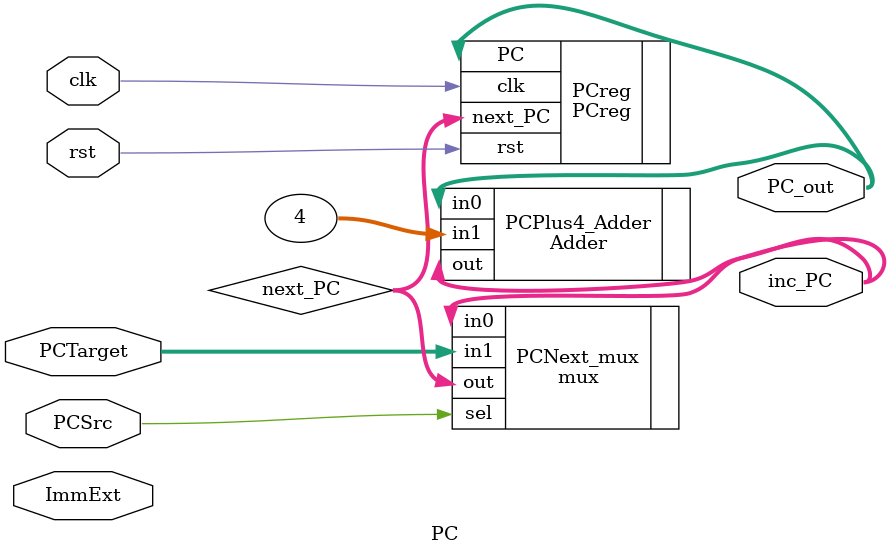
<source format=sv>
module  PC (
    input logic                 rst,                //rst
    input logic                 clk,                //synchronous   
    input logic     [31:0]      ImmExt,              //immediate operand to calc branch target
    input logic                 PCSrc,              //control signal to choose between branch and incremented PC
    input logic     [31:0]      PCTarget,
    output logic    [31:0]      PC_out,             //current PC value
    output logic    [31:0]      inc_PC             //going into result mux
);

logic [31:0]            next_PC;                    //intermediate signal

Adder PCPlus4_Adder(
    .in0    (PC_out),
    .in1    (32'h0004),
    .out    (inc_PC)
);

mux PCNext_mux(
    .in0    (inc_PC),
    .in1    (PCTarget),
    .sel    (PCSrc),
    .out    (next_PC)
);

PCreg PCreg(
    .clk        (clk),
    .rst        (rst),
    .next_PC    (next_PC),
    .PC         (PC_out)
);

endmodule

</source>
